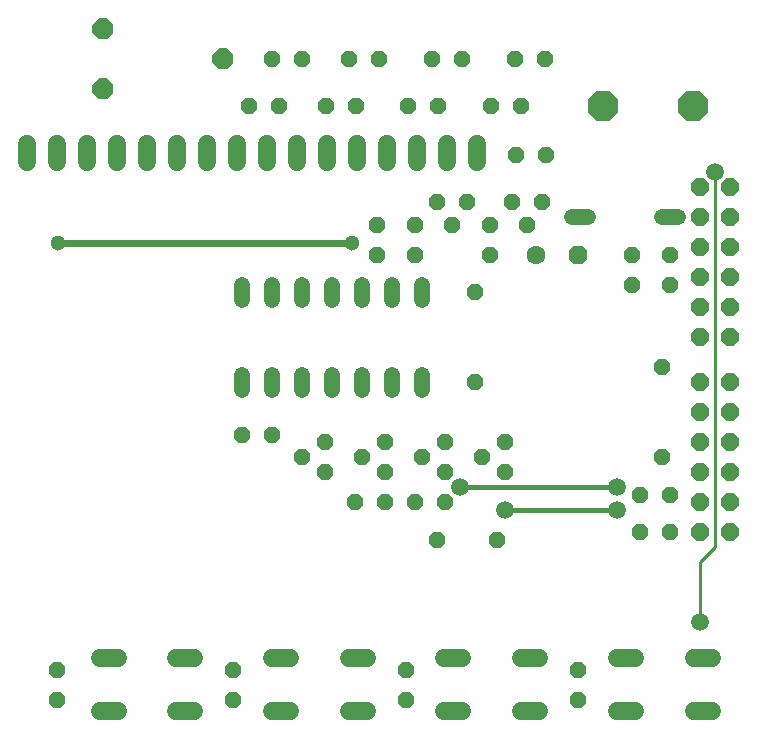
<source format=gbr>
G04 EAGLE Gerber RS-274X export*
G75*
%MOMM*%
%FSLAX34Y34*%
%LPD*%
%INTop Copper*%
%IPPOS*%
%AMOC8*
5,1,8,0,0,1.08239X$1,22.5*%
G01*
%ADD10C,1.524000*%
%ADD11P,1.429621X8X22.500000*%
%ADD12P,2.749271X8X22.500000*%
%ADD13C,1.320800*%
%ADD14P,1.429621X8X112.500000*%
%ADD15P,1.924489X8X292.500000*%
%ADD16P,1.429621X8X202.500000*%
%ADD17P,1.649562X8X292.500000*%
%ADD18P,1.429621X8X292.500000*%
%ADD19P,1.539592X8X292.500000*%
%ADD20P,1.539592X8X112.500000*%
%ADD21P,1.732040X8X22.500000*%
%ADD22C,1.600200*%
%ADD23C,0.254000*%
%ADD24C,1.500000*%
%ADD25C,1.300000*%
%ADD26C,0.609600*%
%ADD27C,0.406400*%


D10*
X156132Y17394D02*
X140892Y17394D01*
X140892Y62606D02*
X156132Y62606D01*
X91108Y17394D02*
X75868Y17394D01*
X75868Y62606D02*
X91108Y62606D01*
X286892Y17394D02*
X302132Y17394D01*
X302132Y62606D02*
X286892Y62606D01*
X237108Y17394D02*
X221868Y17394D01*
X221868Y62606D02*
X237108Y62606D01*
X432892Y17394D02*
X448132Y17394D01*
X448132Y62606D02*
X432892Y62606D01*
X383108Y17394D02*
X367868Y17394D01*
X367868Y62606D02*
X383108Y62606D01*
X578892Y17394D02*
X594132Y17394D01*
X594132Y62606D02*
X578892Y62606D01*
X529108Y17394D02*
X513868Y17394D01*
X513868Y62606D02*
X529108Y62606D01*
D11*
X222300Y570000D03*
X247700Y570000D03*
X287300Y570000D03*
X312700Y570000D03*
X357300Y570000D03*
X382700Y570000D03*
X427300Y570000D03*
X452700Y570000D03*
D10*
X14500Y497620D02*
X14500Y482380D01*
X39900Y482380D02*
X39900Y497620D01*
X65300Y497620D02*
X65300Y482380D01*
X90700Y482380D02*
X90700Y497620D01*
X116100Y497620D02*
X116100Y482380D01*
X141500Y482380D02*
X141500Y497620D01*
X166900Y497620D02*
X166900Y482380D01*
X192300Y482380D02*
X192300Y497620D01*
X217700Y497620D02*
X217700Y482380D01*
X243100Y482380D02*
X243100Y497620D01*
X268500Y497620D02*
X268500Y482380D01*
X293900Y482380D02*
X293900Y497620D01*
X319300Y497620D02*
X319300Y482380D01*
X344700Y482380D02*
X344700Y497620D01*
X370100Y497620D02*
X370100Y482380D01*
X395500Y482380D02*
X395500Y497620D01*
D12*
X501900Y530000D03*
X578100Y530000D03*
D13*
X349250Y378704D02*
X349250Y365496D01*
X323850Y365496D02*
X323850Y378704D01*
X196850Y378704D02*
X196850Y365496D01*
X196850Y302504D02*
X196850Y289296D01*
X298450Y365496D02*
X298450Y378704D01*
X273050Y378704D02*
X273050Y365496D01*
X222250Y365496D02*
X222250Y378704D01*
X247650Y378704D02*
X247650Y365496D01*
X222250Y302504D02*
X222250Y289296D01*
X247650Y289296D02*
X247650Y302504D01*
X273050Y302504D02*
X273050Y289296D01*
X298450Y289296D02*
X298450Y302504D01*
X323850Y302504D02*
X323850Y289296D01*
X349250Y289296D02*
X349250Y302504D01*
D14*
X419100Y245100D03*
X400050Y232400D03*
X419100Y219700D03*
X368300Y245100D03*
X349250Y232400D03*
X368300Y219700D03*
D15*
X79200Y595400D03*
X79200Y544600D03*
X180800Y570000D03*
D16*
X425450Y448300D03*
X438150Y429250D03*
X450850Y448300D03*
D13*
X552196Y435600D02*
X565404Y435600D01*
X489204Y435600D02*
X475996Y435600D01*
D17*
X609600Y461000D03*
X609600Y435600D03*
X609600Y410200D03*
X609600Y384800D03*
X609600Y359400D03*
X609600Y334000D03*
X584200Y461000D03*
X584200Y435600D03*
X584200Y410200D03*
X584200Y384800D03*
X584200Y359400D03*
X584200Y334000D03*
X609600Y295900D03*
X609600Y270500D03*
X609600Y245100D03*
X609600Y219700D03*
X609600Y194300D03*
X609600Y168900D03*
X584200Y295900D03*
X584200Y270500D03*
X584200Y245100D03*
X584200Y219700D03*
X584200Y194300D03*
X584200Y168900D03*
D11*
X428650Y488600D03*
X454050Y488600D03*
D14*
X406400Y403850D03*
X406400Y429250D03*
D18*
X558800Y403850D03*
X558800Y378450D03*
D16*
X558800Y168900D03*
X533400Y168900D03*
D18*
X527050Y403850D03*
X527050Y378450D03*
D16*
X558800Y200650D03*
X533400Y200650D03*
D14*
X481000Y27300D03*
X481000Y52700D03*
X335000Y27300D03*
X335000Y52700D03*
X189000Y27300D03*
X189000Y52700D03*
X40000Y27300D03*
X40000Y52700D03*
D16*
X361950Y448300D03*
X374650Y429250D03*
X387350Y448300D03*
D14*
X342900Y403850D03*
X342900Y429250D03*
D19*
X393700Y372100D03*
X393700Y295900D03*
D20*
X552450Y232400D03*
X552450Y308600D03*
D11*
X361950Y162550D03*
X412750Y162550D03*
D21*
X481330Y403850D03*
D22*
X445770Y403850D03*
D11*
X202300Y530000D03*
X227700Y530000D03*
X267300Y530000D03*
X292700Y530000D03*
X337300Y530000D03*
X362700Y530000D03*
X407300Y530000D03*
X432700Y530000D03*
D14*
X317500Y245100D03*
X298450Y232400D03*
X317500Y219700D03*
D11*
X342900Y194300D03*
X368300Y194300D03*
X196850Y251450D03*
X222250Y251450D03*
D14*
X266700Y245100D03*
X247650Y232400D03*
X266700Y219700D03*
D11*
X292100Y194300D03*
X317500Y194300D03*
D14*
X311150Y403850D03*
X311150Y429250D03*
D23*
X584200Y143500D02*
X584200Y92700D01*
X584200Y143500D02*
X596900Y156200D01*
X596900Y473700D01*
D24*
X596900Y473700D03*
X584200Y92700D03*
D25*
X289997Y414160D03*
D26*
X40490Y414160D01*
D25*
X40490Y414160D03*
D24*
X514350Y187950D03*
D27*
X419100Y187950D01*
D24*
X419100Y187950D03*
X381000Y207000D03*
D27*
X514350Y207000D01*
D24*
X514350Y207000D03*
M02*

</source>
